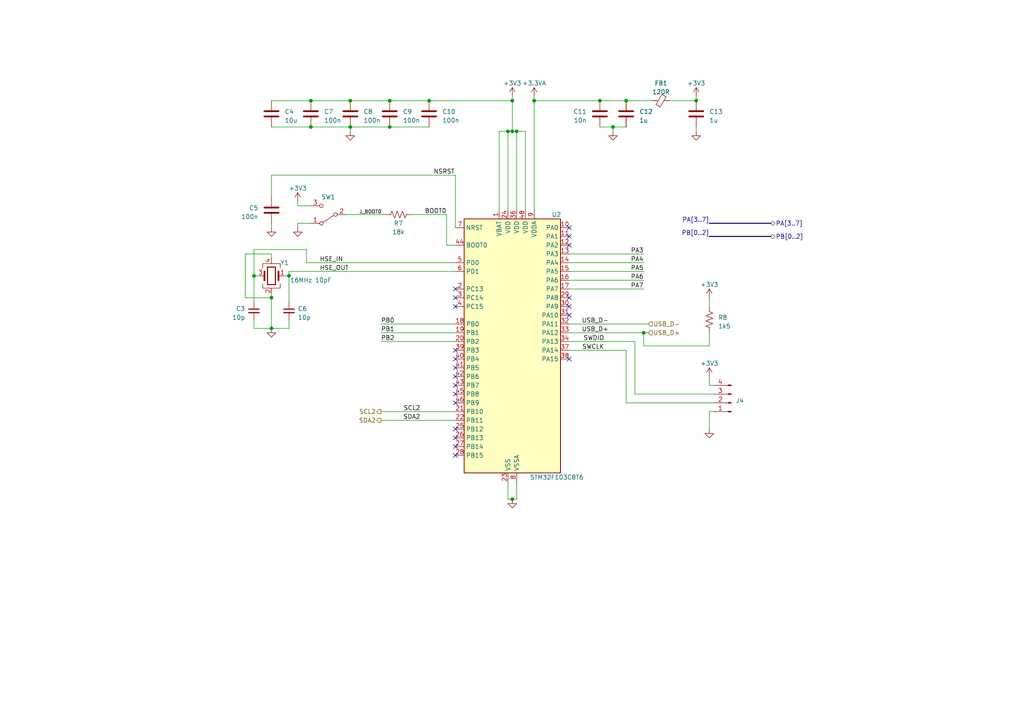
<source format=kicad_sch>
(kicad_sch (version 20230121) (generator eeschema)
  (paper "A4")
  (lib_symbols
    (symbol "Connector:Conn_01x04_Pin" (pin_names (offset 1.016) hide)
      (property "Reference" "J" (at 0 5.08 0))
      (property "Value" "Conn_01x04_Pin" (at 0 -7.62 0))
      (symbol "Conn_01x04_Pin_1_1"
        (polyline (pts (xy 1.27 -5.08) (xy 0.8636 -5.08)) (stroke (width 0.1524)))
        (polyline (pts (xy 1.27 -2.54) (xy 0.8636 -2.54)) (stroke (width 0.1524)))
        (polyline (pts (xy 1.27 0) (xy 0.8636 0)) (stroke (width 0.1524)))
        (polyline (pts (xy 1.27 2.54) (xy 0.8636 2.54)) (stroke (width 0.1524)))
        (rectangle (start 0.8636 -4.953) (end 0 -5.207) (stroke (width 0.1524)) (fill (type outline)))
        (rectangle (start 0.8636 -2.413) (end 0 -2.667) (stroke (width 0.1524)) (fill (type outline)))
        (rectangle (start 0.8636 0.127) (end 0 -0.127) (stroke (width 0.1524)) (fill (type outline)))
        (rectangle (start 0.8636 2.667) (end 0 2.413) (stroke (width 0.1524)) (fill (type outline)))
        (pin passive line (at 5.08 2.54 180) (length 3.81) (name "Pin_1") (number "1"))
        (pin passive line (at 5.08 0 180) (length 3.81) (name "Pin_2") (number "2"))
        (pin passive line (at 5.08 -2.54 180) (length 3.81) (name "Pin_3") (number "3"))
        (pin passive line (at 5.08 -5.08 180) (length 3.81) (name "Pin_4") (number "4"))
      )
    )
    (symbol "Device:C" (pin_numbers hide) (pin_names (offset 0.254))
      (property "Reference" "C" (at 0.635 2.54 0))
      (property "Value" "C" (at 0.635 -2.54 0))
      (symbol "C_0_1"
        (polyline (pts (xy -2.032 -0.762) (xy 2.032 -0.762)) (stroke (width 0.508)))
        (polyline (pts (xy -2.032 0.762) (xy 2.032 0.762)) (stroke (width 0.508)))
      )
      (symbol "C_1_1"
        (pin passive line (at 0 3.81 270) (length 2.794) (name "~") (number "1"))
        (pin passive line (at 0 -3.81 90) (length 2.794) (name "~") (number "2"))
      )
    )
    (symbol "Device:C_Small" (pin_numbers hide) (pin_names (offset 0.254) hide)
      (property "Reference" "C" (at 0.254 1.778 0))
      (property "Value" "C_Small" (at 0.254 -2.032 0))
      (symbol "C_Small_0_1"
        (polyline (pts (xy -1.524 -0.508) (xy 1.524 -0.508)) (stroke (width 0.3302)))
        (polyline (pts (xy -1.524 0.508) (xy 1.524 0.508)) (stroke (width 0.3048)))
      )
      (symbol "C_Small_1_1"
        (pin passive line (at 0 2.54 270) (length 2.032) (name "~") (number "1"))
        (pin passive line (at 0 -2.54 90) (length 2.032) (name "~") (number "2"))
      )
    )
    (symbol "Device:Crystal_GND24" (pin_names (offset 1.016) hide)
      (property "Reference" "Y" (at 3.175 5.08 0))
      (property "Value" "Crystal_GND24" (at 3.175 3.175 0))
      (symbol "Crystal_GND24_0_1"
        (rectangle (start -1.143 2.54) (end 1.143 -2.54) (stroke (width 0.3048)))
        (polyline (pts (xy -2.54 0) (xy -2.032 0)))
        (polyline (pts (xy -2.032 -1.27) (xy -2.032 1.27)) (stroke (width 0.508)))
        (polyline (pts (xy 0 -3.81) (xy 0 -3.556)))
        (polyline (pts (xy 0 3.556) (xy 0 3.81)))
        (polyline (pts (xy 2.032 -1.27) (xy 2.032 1.27)) (stroke (width 0.508)))
        (polyline (pts (xy 2.032 0) (xy 2.54 0)))
        (polyline (pts (xy -2.54 -2.286) (xy -2.54 -3.556) (xy 2.54 -3.556) (xy 2.54 -2.286)))
        (polyline (pts (xy -2.54 2.286) (xy -2.54 3.556) (xy 2.54 3.556) (xy 2.54 2.286)))
      )
      (symbol "Crystal_GND24_1_1"
        (pin passive line (at -3.81 0 0) (length 1.27) (name "1") (number "1"))
        (pin passive line (at 0 5.08 270) (length 1.27) (name "2") (number "2"))
        (pin passive line (at 3.81 0 180) (length 1.27) (name "3") (number "3"))
        (pin passive line (at 0 -5.08 90) (length 1.27) (name "4") (number "4"))
      )
    )
    (symbol "Device:FerriteBead_Small" (pin_numbers hide) (pin_names (offset 0))
      (property "Reference" "FB" (at 1.905 1.27 0))
      (property "Value" "FerriteBead_Small" (at 1.905 -1.27 0))
      (symbol "FerriteBead_Small_0_1"
        (polyline (pts (xy 0 -1.27) (xy 0 -0.7874)))
        (polyline (pts (xy 0 0.889) (xy 0 1.2954)))
        (polyline (pts (xy -1.8288 0.2794) (xy -1.1176 1.4986) (xy 1.8288 -0.2032) (xy 1.1176 -1.4224) (xy -1.8288 0.2794)))
      )
      (symbol "FerriteBead_Small_1_1"
        (pin passive line (at 0 2.54 270) (length 1.27) (name "~") (number "1"))
        (pin passive line (at 0 -2.54 90) (length 1.27) (name "~") (number "2"))
      )
    )
    (symbol "Device:R_US" (pin_numbers hide) (pin_names (offset 0))
      (property "Reference" "R" (at 2.54 0 90))
      (property "Value" "R_US" (at -2.54 0 90))
      (symbol "R_US_0_1"
        (polyline (pts (xy 0 -2.286) (xy 0 -2.54)))
        (polyline (pts (xy 0 2.286) (xy 0 2.54)))
        (polyline (pts (xy 0 -0.762) (xy 1.016 -1.143) (xy 0 -1.524) (xy -1.016 -1.905) (xy 0 -2.286)))
        (polyline (pts (xy 0 0.762) (xy 1.016 0.381) (xy 0 0) (xy -1.016 -0.381) (xy 0 -0.762)))
        (polyline (pts (xy 0 2.286) (xy 1.016 1.905) (xy 0 1.524) (xy -1.016 1.143) (xy 0 0.762)))
      )
      (symbol "R_US_1_1"
        (pin passive line (at 0 3.81 270) (length 1.27) (name "~") (number "1"))
        (pin passive line (at 0 -3.81 90) (length 1.27) (name "~") (number "2"))
      )
    )
    (symbol "MCU_ST_STM32F1:STM32F103C8Tx"
      (property "Reference" "U" (at -12.7 39.37 0))
      (property "Value" "STM32F103C8Tx" (at 10.16 39.37 0))
      (symbol "STM32F103C8Tx_0_1"
        (rectangle (start -12.7 -35.56) (end 15.24 38.1) (stroke (width 0.254)) (fill (type background)))
      )
      (symbol "STM32F103C8Tx_1_1"
        (pin power_in line (at -2.54 40.64 270) (length 2.54) (name "VBAT") (number "1"))
        (pin bidirectional line (at 17.78 35.56 180) (length 2.54) (name "PA0") (number "10"))
        (pin bidirectional line (at 17.78 33.02 180) (length 2.54) (name "PA1") (number "11"))
        (pin bidirectional line (at 17.78 30.48 180) (length 2.54) (name "PA2") (number "12"))
        (pin bidirectional line (at 17.78 27.94 180) (length 2.54) (name "PA3") (number "13"))
        (pin bidirectional line (at 17.78 25.4 180) (length 2.54) (name "PA4") (number "14"))
        (pin bidirectional line (at 17.78 22.86 180) (length 2.54) (name "PA5") (number "15"))
        (pin bidirectional line (at 17.78 20.32 180) (length 2.54) (name "PA6") (number "16"))
        (pin bidirectional line (at 17.78 17.78 180) (length 2.54) (name "PA7") (number "17"))
        (pin bidirectional line (at -15.24 7.62 0) (length 2.54) (name "PB0") (number "18"))
        (pin bidirectional line (at -15.24 5.08 0) (length 2.54) (name "PB1") (number "19"))
        (pin bidirectional line (at -15.24 17.78 0) (length 2.54) (name "PC13") (number "2"))
        (pin bidirectional line (at -15.24 2.54 0) (length 2.54) (name "PB2") (number "20"))
        (pin bidirectional line (at -15.24 -17.78 0) (length 2.54) (name "PB10") (number "21"))
        (pin bidirectional line (at -15.24 -20.32 0) (length 2.54) (name "PB11") (number "22"))
        (pin power_in line (at 0 -38.1 90) (length 2.54) (name "VSS") (number "23"))
        (pin power_in line (at 0 40.64 270) (length 2.54) (name "VDD") (number "24"))
        (pin bidirectional line (at -15.24 -22.86 0) (length 2.54) (name "PB12") (number "25"))
        (pin bidirectional line (at -15.24 -25.4 0) (length 2.54) (name "PB13") (number "26"))
        (pin bidirectional line (at -15.24 -27.94 0) (length 2.54) (name "PB14") (number "27"))
        (pin bidirectional line (at -15.24 -30.48 0) (length 2.54) (name "PB15") (number "28"))
        (pin bidirectional line (at 17.78 15.24 180) (length 2.54) (name "PA8") (number "29"))
        (pin bidirectional line (at -15.24 15.24 0) (length 2.54) (name "PC14") (number "3"))
        (pin bidirectional line (at 17.78 12.7 180) (length 2.54) (name "PA9") (number "30"))
        (pin bidirectional line (at 17.78 10.16 180) (length 2.54) (name "PA10") (number "31"))
        (pin bidirectional line (at 17.78 7.62 180) (length 2.54) (name "PA11") (number "32"))
        (pin bidirectional line (at 17.78 5.08 180) (length 2.54) (name "PA12") (number "33"))
        (pin bidirectional line (at 17.78 2.54 180) (length 2.54) (name "PA13") (number "34"))
        (pin passive line (at 0 -38.1 90) (length 2.54) hide (name "VSS") (number "35"))
        (pin power_in line (at 2.54 40.64 270) (length 2.54) (name "VDD") (number "36"))
        (pin bidirectional line (at 17.78 0 180) (length 2.54) (name "PA14") (number "37"))
        (pin bidirectional line (at 17.78 -2.54 180) (length 2.54) (name "PA15") (number "38"))
        (pin bidirectional line (at -15.24 0 0) (length 2.54) (name "PB3") (number "39"))
        (pin bidirectional line (at -15.24 12.7 0) (length 2.54) (name "PC15") (number "4"))
        (pin bidirectional line (at -15.24 -2.54 0) (length 2.54) (name "PB4") (number "40"))
        (pin bidirectional line (at -15.24 -5.08 0) (length 2.54) (name "PB5") (number "41"))
        (pin bidirectional line (at -15.24 -7.62 0) (length 2.54) (name "PB6") (number "42"))
        (pin bidirectional line (at -15.24 -10.16 0) (length 2.54) (name "PB7") (number "43"))
        (pin input line (at -15.24 30.48 0) (length 2.54) (name "BOOT0") (number "44"))
        (pin bidirectional line (at -15.24 -12.7 0) (length 2.54) (name "PB8") (number "45"))
        (pin bidirectional line (at -15.24 -15.24 0) (length 2.54) (name "PB9") (number "46"))
        (pin passive line (at 0 -38.1 90) (length 2.54) hide (name "VSS") (number "47"))
        (pin power_in line (at 5.08 40.64 270) (length 2.54) (name "VDD") (number "48"))
        (pin bidirectional line (at -15.24 25.4 0) (length 2.54) (name "PD0") (number "5"))
        (pin bidirectional line (at -15.24 22.86 0) (length 2.54) (name "PD1") (number "6"))
        (pin input line (at -15.24 35.56 0) (length 2.54) (name "NRST") (number "7"))
        (pin power_in line (at 2.54 -38.1 90) (length 2.54) (name "VSSA") (number "8"))
        (pin power_in line (at 7.62 40.64 270) (length 2.54) (name "VDDA") (number "9"))
      )
    )
    (symbol "Switch:SW_SPDT" (pin_names (offset 0) hide)
      (property "Reference" "SW" (at 0 4.318 0))
      (property "Value" "SW_SPDT" (at 0 -5.08 0))
      (symbol "SW_SPDT_0_0"
        (circle (center -2.032 0) (radius 0.508))
        (circle (center 2.032 -2.54) (radius 0.508))
      )
      (symbol "SW_SPDT_0_1"
        (polyline (pts (xy -1.524 0.254) (xy 1.651 2.286)))
        (circle (center 2.032 2.54) (radius 0.508))
      )
      (symbol "SW_SPDT_1_1"
        (pin passive line (at 5.08 2.54 180) (length 2.54) (name "A") (number "1"))
        (pin passive line (at -5.08 0 0) (length 2.54) (name "B") (number "2"))
        (pin passive line (at 5.08 -2.54 180) (length 2.54) (name "C") (number "3"))
      )
    )
    (symbol "power:+3.3VA" (power) (pin_names (offset 0))
      (property "Value" "+3.3VA" (at 0 3.556 0))
      (symbol "+3.3VA_0_1"
        (polyline (pts (xy -0.762 1.27) (xy 0 2.54)))
        (polyline (pts (xy 0 0) (xy 0 2.54)))
        (polyline (pts (xy 0 2.54) (xy 0.762 1.27)))
      )
      (symbol "+3.3VA_1_1"
        (pin power_in line (at 0 0 90) (length 0) hide (name "+3.3VA") (number "1"))
      )
    )
    (symbol "power:+3V3" (power) (pin_names (offset 0))
      (property "Value" "+3V3" (at 0 3.556 0))
      (symbol "+3V3_0_1"
        (polyline (pts (xy -0.762 1.27) (xy 0 2.54)))
        (polyline (pts (xy 0 0) (xy 0 2.54)))
        (polyline (pts (xy 0 2.54) (xy 0.762 1.27)))
      )
      (symbol "+3V3_1_1"
        (pin power_in line (at 0 0 90) (length 0) hide (name "+3V3") (number "1"))
      )
    )
    (symbol "power:GND" (power) (pin_names (offset 0))
      (property "Value" "GND" (at 0 -3.81 0))
      (symbol "GND_0_1"
        (polyline (pts (xy 0 0) (xy 0 -1.27) (xy 1.27 -1.27) (xy 0 -2.54) (xy -1.27 -1.27) (xy 0 -1.27)))
      )
      (symbol "GND_1_1"
        (pin power_in line (at 0 0 270) (length 0) hide (name "GND") (number "1"))
      )
    )
  )
  (junction (at 177.8 36.83))
  (junction (at 154.94 29.21))
  (junction (at 148.59 29.21))
  (junction (at 113.03 29.21))
  (junction (at 148.59 144.78))
  (junction (at 90.17 29.21))
  (junction (at 186.69 96.52))
  (junction (at 90.17 36.83))
  (junction (at 101.6 29.21))
  (junction (at 148.59 38.1))
  (junction (at 83.82 80.01))
  (junction (at 147.32 38.1))
  (junction (at 113.03 36.83))
  (junction (at 173.99 29.21))
  (junction (at 73.66 80.01))
  (junction (at 149.86 38.1))
  (junction (at 78.74 95.25))
  (junction (at 181.61 29.21))
  (junction (at 78.74 86.36))
  (junction (at 201.93 29.21))
  (junction (at 124.46 29.21))
  (junction (at 101.6 36.83))
  (no_connect (at 132.08 111.76))
  (no_connect (at 132.08 124.46))
  (no_connect (at 165.1 104.14))
  (no_connect (at 165.1 66.04))
  (no_connect (at 165.1 71.12))
  (no_connect (at 132.08 127))
  (no_connect (at 165.1 91.44))
  (no_connect (at 132.08 104.14))
  (no_connect (at 132.08 101.6))
  (no_connect (at 132.08 88.9))
  (no_connect (at 132.08 83.82))
  (no_connect (at 132.08 129.54))
  (no_connect (at 132.08 116.84))
  (no_connect (at 132.08 106.68))
  (no_connect (at 132.08 132.08))
  (no_connect (at 165.1 88.9))
  (no_connect (at 132.08 86.36))
  (no_connect (at 132.08 114.3))
  (no_connect (at 132.08 109.22))
  (no_connect (at 165.1 68.58))
  (no_connect (at 165.1 86.36))
  (wire (pts (xy 148.59 38.1) (xy 149.86 38.1)))
  (wire (pts (xy 83.82 92.71) (xy 83.82 95.25)))
  (wire (pts (xy 165.1 96.52) (xy 186.69 96.52)))
  (wire (pts (xy 205.74 119.38) (xy 205.74 124.46)))
  (wire (pts (xy 194.31 29.21) (xy 201.93 29.21)))
  (wire (pts (xy 205.74 111.76) (xy 207.01 111.76)))
  (wire (pts (xy 186.69 78.74) (xy 165.1 78.74)))
  (wire (pts (xy 181.61 116.84) (xy 207.01 116.84)))
  (wire (pts (xy 110.49 119.38) (xy 132.08 119.38)))
  (wire (pts (xy 205.74 86.36) (xy 205.74 88.9)))
  (wire (pts (xy 90.17 36.83) (xy 101.6 36.83)))
  (wire (pts (xy 201.93 27.94) (xy 201.93 29.21)))
  (wire (pts (xy 181.61 29.21) (xy 189.23 29.21)))
  (wire (pts (xy 83.82 78.74) (xy 132.08 78.74)))
  (wire (pts (xy 144.78 38.1) (xy 144.78 60.96)))
  (wire (pts (xy 147.32 38.1) (xy 147.32 60.96)))
  (wire (pts (xy 71.12 73.66) (xy 71.12 86.36)))
  (wire (pts (xy 149.86 38.1) (xy 149.86 60.96)))
  (bus (pts (xy 205.74 68.58) (xy 223.52 68.58)))
  (wire (pts (xy 152.4 38.1) (xy 152.4 60.96)))
  (wire (pts (xy 88.9 72.39) (xy 88.9 76.2)))
  (wire (pts (xy 184.15 114.3) (xy 207.01 114.3)))
  (wire (pts (xy 147.32 139.7) (xy 147.32 144.78)))
  (wire (pts (xy 78.74 73.66) (xy 78.74 74.93)))
  (wire (pts (xy 173.99 36.83) (xy 177.8 36.83)))
  (wire (pts (xy 90.17 29.21) (xy 101.6 29.21)))
  (wire (pts (xy 186.69 83.82) (xy 165.1 83.82)))
  (wire (pts (xy 86.36 58.42) (xy 86.36 59.69)))
  (wire (pts (xy 78.74 64.77) (xy 78.74 66.04)))
  (wire (pts (xy 83.82 80.01) (xy 83.82 87.63)))
  (wire (pts (xy 71.12 86.36) (xy 78.74 86.36)))
  (wire (pts (xy 184.15 99.06) (xy 184.15 114.3)))
  (wire (pts (xy 78.74 50.8) (xy 78.74 57.15)))
  (wire (pts (xy 100.33 62.23) (xy 111.76 62.23)))
  (wire (pts (xy 148.59 27.94) (xy 148.59 29.21)))
  (wire (pts (xy 78.74 95.25) (xy 83.82 95.25)))
  (wire (pts (xy 86.36 64.77) (xy 90.17 64.77)))
  (wire (pts (xy 110.49 93.98) (xy 132.08 93.98)))
  (wire (pts (xy 173.99 29.21) (xy 181.61 29.21)))
  (wire (pts (xy 113.03 29.21) (xy 124.46 29.21)))
  (wire (pts (xy 144.78 38.1) (xy 147.32 38.1)))
  (wire (pts (xy 78.74 36.83) (xy 90.17 36.83)))
  (wire (pts (xy 154.94 29.21) (xy 173.99 29.21)))
  (wire (pts (xy 78.74 29.21) (xy 90.17 29.21)))
  (wire (pts (xy 73.66 92.71) (xy 73.66 95.25)))
  (wire (pts (xy 165.1 101.6) (xy 181.61 101.6)))
  (wire (pts (xy 110.49 121.92) (xy 132.08 121.92)))
  (wire (pts (xy 147.32 38.1) (xy 148.59 38.1)))
  (wire (pts (xy 86.36 59.69) (xy 90.17 59.69)))
  (wire (pts (xy 78.74 86.36) (xy 78.74 85.09)))
  (wire (pts (xy 101.6 29.21) (xy 113.03 29.21)))
  (wire (pts (xy 148.59 144.78) (xy 147.32 144.78)))
  (wire (pts (xy 177.8 36.83) (xy 177.8 38.1)))
  (wire (pts (xy 165.1 99.06) (xy 184.15 99.06)))
  (wire (pts (xy 186.69 96.52) (xy 186.69 100.33)))
  (wire (pts (xy 78.74 73.66) (xy 71.12 73.66)))
  (wire (pts (xy 149.86 38.1) (xy 152.4 38.1)))
  (wire (pts (xy 177.8 36.83) (xy 181.61 36.83)))
  (wire (pts (xy 73.66 80.01) (xy 73.66 72.39)))
  (wire (pts (xy 132.08 50.8) (xy 132.08 66.04)))
  (bus (pts (xy 205.74 64.77) (xy 223.52 64.77)))
  (wire (pts (xy 101.6 36.83) (xy 101.6 38.1)))
  (wire (pts (xy 101.6 36.83) (xy 113.03 36.83)))
  (wire (pts (xy 186.69 81.28) (xy 165.1 81.28)))
  (wire (pts (xy 201.93 36.83) (xy 201.93 38.1)))
  (wire (pts (xy 186.69 76.2) (xy 165.1 76.2)))
  (wire (pts (xy 205.74 119.38) (xy 207.01 119.38)))
  (wire (pts (xy 83.82 78.74) (xy 83.82 80.01)))
  (wire (pts (xy 186.69 100.33) (xy 205.74 100.33)))
  (wire (pts (xy 148.59 29.21) (xy 148.59 38.1)))
  (wire (pts (xy 73.66 80.01) (xy 73.66 87.63)))
  (wire (pts (xy 129.54 62.23) (xy 129.54 71.12)))
  (wire (pts (xy 113.03 36.83) (xy 124.46 36.83)))
  (wire (pts (xy 165.1 93.98) (xy 187.96 93.98)))
  (wire (pts (xy 73.66 72.39) (xy 88.9 72.39)))
  (wire (pts (xy 82.55 80.01) (xy 83.82 80.01)))
  (wire (pts (xy 78.74 86.36) (xy 78.74 95.25)))
  (wire (pts (xy 78.74 50.8) (xy 132.08 50.8)))
  (wire (pts (xy 181.61 101.6) (xy 181.61 116.84)))
  (wire (pts (xy 129.54 71.12) (xy 132.08 71.12)))
  (wire (pts (xy 205.74 96.52) (xy 205.74 100.33)))
  (wire (pts (xy 86.36 64.77) (xy 86.36 66.04)))
  (wire (pts (xy 119.38 62.23) (xy 129.54 62.23)))
  (wire (pts (xy 88.9 76.2) (xy 132.08 76.2)))
  (wire (pts (xy 74.93 80.01) (xy 73.66 80.01)))
  (wire (pts (xy 154.94 27.94) (xy 154.94 29.21)))
  (wire (pts (xy 149.86 139.7) (xy 149.86 144.78)))
  (wire (pts (xy 186.69 73.66) (xy 165.1 73.66)))
  (wire (pts (xy 124.46 29.21) (xy 148.59 29.21)))
  (wire (pts (xy 186.69 96.52) (xy 187.96 96.52)))
  (wire (pts (xy 148.59 144.78) (xy 149.86 144.78)))
  (wire (pts (xy 73.66 95.25) (xy 78.74 95.25)))
  (wire (pts (xy 110.49 99.06) (xy 132.08 99.06)))
  (wire (pts (xy 154.94 29.21) (xy 154.94 60.96)))
  (wire (pts (xy 205.74 109.22) (xy 205.74 111.76)))
  (wire (pts (xy 110.49 96.52) (xy 132.08 96.52)))
  (label "PB[0..2]" (at 205.74 68.58 180))
  (label "SWCLK" (at 175.26 101.6 180))
  (label "PA[3..7]" (at 205.74 64.77 180))
  (label "PA7" (at 186.69 83.82 180))
  (label "HSE_IN" (at 92.71 76.2 0))
  (label "PB0" (at 110.49 93.98 0))
  (label "PA4" (at 186.69 76.2 180))
  (label "BOOT0" (at 123.19 62.23 0))
  (label "J_BOOT0" (at 104.14 62.23 0) (effects (font (size 1 1))))
  (label "PB2" (at 110.49 99.06 0))
  (label "USB_D-" (at 176.53 93.98 180))
  (label "PA3" (at 186.69 73.66 180))
  (label "SWDIO" (at 175.26 99.06 180))
  (label "PB1" (at 110.49 96.52 0))
  (label "NSRST" (at 125.73 50.8 0))
  (label "SDA2" (at 121.92 121.92 180))
  (label "PA5" (at 186.69 78.74 180))
  (label "USB_D+" (at 176.53 96.52 180))
  (label "SCL2" (at 121.92 119.38 180))
  (label "HSE_OUT" (at 92.71 78.74 0))
  (label "PA6" (at 186.69 81.28 180))
  (hierarchical_label "PB[0..2]" (shape bidirectional) (at 223.52 68.58 0))
  (hierarchical_label "USB_D-" (shape input) (at 187.96 93.98 0))
  (hierarchical_label "USB_D+" (shape input) (at 187.96 96.52 0))
  (hierarchical_label "SDA2" (shape output) (at 110.49 121.92 180))
  (hierarchical_label "SCL2" (shape output) (at 110.49 119.38 180))
  (hierarchical_label "PA[3..7]" (shape bidirectional) (at 223.52 64.77 0))
  (symbol (lib_id "Device:C") (at 113.03 33.02 0) (unit 1)
    (property "Reference" "C9" (at 116.84 32.385 0) (effects (justify left)))
    (property "Value" "100n" (at 116.84 34.925 0) (effects (justify left)))
    (property "Footprint" "Capacitor_SMD:C_0603_1608Metric" (effects hide))
    (instances (project "STM32_M3_Card" (path "" (reference "C9") (unit 1)) (path "" (reference "C20") (unit 1))))
  )
  (symbol (lib_id "Device:C") (at 101.6 33.02 0) (unit 1)
    (property "Reference" "C8" (at 105.41 32.385 0) (effects (justify left)))
    (property "Value" "100n" (at 105.41 34.925 0) (effects (justify left)))
    (property "Footprint" "Capacitor_SMD:C_0603_1608Metric" (effects hide))
    (instances (project "STM32_M3_Card" (path "" (reference "C8") (unit 1)) (path "" (reference "C17") (unit 1))))
  )
  (symbol (lib_id "power:GND") (at 201.93 38.1 0) (unit 1)
    (property "Reference" "#PWR033" (effects hide))
    (property "Value" "GND" (effects hide))
    (instances (project "STM32_M3_Card" (path "" (reference "#PWR033") (unit 1)) (path "" (reference "#PWR028") (unit 1))))
  )
  (symbol (lib_id "Device:C") (at 78.74 33.02 0) (unit 1)
    (property "Reference" "C4" (at 82.55 32.385 0) (effects (justify left)))
    (property "Value" "10u" (at 82.55 34.925 0) (effects (justify left)))
    (property "Footprint" "Capacitor_SMD:C_0805_2012Metric" (effects hide))
    (instances (project "STM32_M3_Card" (path "" (reference "C4") (unit 1)) (path "" (reference "C14") (unit 1))))
  )
  (symbol (lib_id "Device:C_Small") (at 83.82 90.17 0) (unit 1)
    (property "Reference" "C6" (at 86.36 89.5413 0) (effects (justify left)))
    (property "Value" "10p" (at 86.36 92.0813 0) (effects (justify left)))
    (property "Footprint" "Capacitor_SMD:C_0603_1608Metric" (effects hide))
    (instances (project "STM32_M3_Card" (path "" (reference "C6") (unit 1)) (path "" (reference "C18") (unit 1))))
  )
  (symbol (lib_id "Connector:Conn_01x04_Pin") (at 212.09 116.84 180) (unit 1) (in_bom no)
    (property "Reference" "J4" (at 213.36 116.205 0) (effects (justify right)))
    (property "Value" "Conn_01x04_Pin" (effects hide))
    (property "Footprint" "Connector_PinHeader_2.54mm:PinHeader_1x04_P2.54mm_Vertical" (effects hide))
    (instances (project "STM32_M3_Card" (path "" (reference "J4") (unit 1)) (path "" (reference "J2") (unit 1))))
  )
  (symbol (lib_id "power:+3V3") (at 86.36 58.42 0) (unit 1)
    (property "Reference" "#PWR025" (effects hide))
    (property "Value" "+3V3" (at 86.36 54.61 0))
    (instances (project "STM32_M3_Card" (path "" (reference "#PWR025") (unit 1)) (path "" (reference "#PWR026") (unit 1))))
  )
  (symbol (lib_id "power:GND") (at 78.74 66.04 0) (unit 1)
    (property "Reference" "#PWR023" (effects hide))
    (property "Value" "GND" (effects hide))
    (instances (project "STM32_M3_Card" (path "" (reference "#PWR023") (unit 1)) (path "" (reference "#PWR024") (unit 1))))
  )
  (symbol (lib_id "Device:C") (at 124.46 33.02 0) (unit 1)
    (property "Reference" "C10" (at 128.27 32.385 0) (effects (justify left)))
    (property "Value" "100n" (at 128.27 34.925 0) (effects (justify left)))
    (property "Footprint" "Capacitor_SMD:C_0603_1608Metric" (effects hide))
    (instances (project "STM32_M3_Card" (path "" (reference "C10") (unit 1)) (path "" (reference "C21") (unit 1))))
  )
  (symbol (lib_id "power:+3V3") (at 201.93 27.94 0) (unit 1)
    (property "Reference" "#PWR032" (effects hide))
    (property "Value" "+3V3" (at 201.93 24.13 0))
    (instances (project "STM32_M3_Card" (path "" (reference "#PWR032") (unit 1)) (path "" (reference "#PWR029") (unit 1))))
  )
  (symbol (lib_id "Device:Crystal_GND24") (at 78.74 80.01 180) (unit 1)
    (property "Reference" "Y1" (at 82.55 76.2 0))
    (property "Value" "16MHz 10pF" (at 90.17 81.28 0))
    (property "Footprint" "Crystal:Crystal_SMD_3225-4Pin_3.2x2.5mm" (effects hide))
    (property "Datasheet" "https://datasheet.lcsc.com/lcsc/2103291133_Yangxing-Tech-X322516MLB4SI_C13738.pdf" (effects hide))
    (property "LCSC Part #" "C13738" (effects hide))
    (property "Mfr. Part #" " X322516MLB4SI" (effects hide))
    (instances (project "STM32_M3_Card" (path "" (reference "Y1") (unit 1)) (path "" (reference "Y2") (unit 1))))
  )
  (symbol (lib_id "power:+3.3VA") (at 154.94 27.94 0) (unit 1)
    (property "Reference" "#PWR030" (effects hide))
    (property "Value" "+3.3VA" (at 154.94 24.13 0))
  )
  (symbol (lib_id "Device:C") (at 90.17 33.02 0) (unit 1)
    (property "Reference" "C7" (at 93.98 32.385 0) (effects (justify left)))
    (property "Value" "100n" (at 93.98 34.925 0) (effects (justify left)))
    (property "Footprint" "Capacitor_SMD:C_0603_1608Metric" (effects hide))
    (instances (project "STM32_M3_Card" (path "" (reference "C7") (unit 1)) (path "" (reference "C19") (unit 1))))
  )
  (symbol (lib_id "Device:C") (at 173.99 33.02 0) (mirror y) (unit 1)
    (property "Reference" "C11" (at 170.18 32.385 0) (effects (justify left)))
    (property "Value" "10n" (at 170.18 34.925 0) (effects (justify left)))
    (property "Footprint" "Capacitor_SMD:C_0603_1608Metric" (effects hide))
    (instances (project "STM32_M3_Card" (path "" (reference "C11") (unit 1)) (path "" (reference "C20") (unit 1))))
  )
  (symbol (lib_id "power:GND") (at 177.8 38.1 0) (unit 1)
    (property "Reference" "#PWR031" (effects hide))
    (property "Value" "GND" (effects hide))
    (instances (project "STM32_M3_Card" (path "" (reference "#PWR031") (unit 1)) (path "" (reference "#PWR028") (unit 1))))
  )
  (symbol (lib_id "power:GND") (at 86.36 66.04 0) (unit 1)
    (property "Reference" "#PWR026" (effects hide))
    (property "Value" "GND" (effects hide))
    (instances (project "STM32_M3_Card" (path "" (reference "#PWR026") (unit 1)) (path "" (reference "#PWR027") (unit 1))))
  )
  (symbol (lib_id "Switch:SW_SPDT") (at 95.25 62.23 180) (unit 1)
    (property "Reference" "SW1" (at 95.25 57.15 0))
    (property "Value" "SW_SPDT" (effects hide))
    (property "Footprint" "Button_Switch_SMD:SW_SPDT_PCM12" (effects hide))
    (property "LCSC Part #" "C221841" (effects hide))
    (property "Mfr. Part #" "PCM12SMTR" (effects hide))
  )
  (symbol (lib_id "power:+3V3") (at 148.59 27.94 0) (unit 1)
    (property "Reference" "#PWR028" (effects hide))
    (property "Value" "+3V3" (at 148.59 24.13 0))
    (instances (project "STM32_M3_Card" (path "" (reference "#PWR028") (unit 1)) (path "" (reference "#PWR029") (unit 1))))
  )
  (symbol (lib_id "Device:C") (at 181.61 33.02 0) (unit 1)
    (property "Reference" "C12" (at 185.42 32.385 0) (effects (justify left)))
    (property "Value" "1u" (at 185.42 34.925 0) (effects (justify left)))
    (property "Footprint" "Capacitor_SMD:C_0603_1608Metric" (effects hide))
    (instances (project "STM32_M3_Card" (path "" (reference "C12") (unit 1)) (path "" (reference "C21") (unit 1))))
  )
  (symbol (lib_id "Device:R_US") (at 115.57 62.23 90) (unit 1)
    (property "Reference" "R7" (at 115.57 64.77 90))
    (property "Value" "18k" (at 115.57 67.31 90))
    (property "Footprint" "Resistor_SMD:R_0603_1608Metric" (effects hide))
  )
  (symbol (lib_id "power:+3V3") (at 205.74 86.36 0) (unit 1)
    (property "Reference" "#PWR034" (effects hide))
    (property "Value" "+3V3" (at 205.74 82.55 0))
    (instances (project "STM32_M3_Card" (path "" (reference "#PWR034") (unit 1)) (path "" (reference "#PWR035") (unit 1))))
  )
  (symbol (lib_id "Device:C") (at 201.93 33.02 0) (unit 1)
    (property "Reference" "C13" (at 205.74 32.385 0) (effects (justify left)))
    (property "Value" "1u" (at 205.74 34.925 0) (effects (justify left)))
    (property "Footprint" "Capacitor_SMD:C_0603_1608Metric" (effects hide))
    (instances (project "STM32_M3_Card" (path "" (reference "C13") (unit 1)) (path "" (reference "C21") (unit 1))))
  )
  (symbol (lib_id "power:GND") (at 101.6 38.1 0) (unit 1)
    (property "Reference" "#PWR027" (effects hide))
    (property "Value" "GND" (effects hide))
    (instances (project "STM32_M3_Card" (path "" (reference "#PWR027") (unit 1)) (path "" (reference "#PWR028") (unit 1))))
  )
  (symbol (lib_id "Device:C") (at 78.74 60.96 0) (mirror y) (unit 1)
    (property "Reference" "C5" (at 74.93 60.325 0) (effects (justify left)))
    (property "Value" "100n" (at 74.93 62.865 0) (effects (justify left)))
    (property "Footprint" "Capacitor_SMD:C_0603_1608Metric" (effects hide))
    (instances (project "STM32_M3_Card" (path "" (reference "C5") (unit 1)) (path "" (reference "C15") (unit 1))))
  )
  (symbol (lib_id "power:GND") (at 78.74 95.25 0) (unit 1)
    (property "Reference" "#PWR024" (effects hide))
    (property "Value" "GND" (effects hide))
    (instances (project "STM32_M3_Card" (path "" (reference "#PWR024") (unit 1)) (path "" (reference "#PWR025") (unit 1))))
  )
  (symbol (lib_id "MCU_ST_STM32F1:STM32F103C8Tx") (at 147.32 101.6 0) (unit 1)
    (property "Reference" "U2" (at 160.02 62.23 0) (effects (justify left)))
    (property "Value" "STM32F103C8T6" (at 153.67 138.43 0) (effects (justify left)))
    (property "Footprint" "Package_QFP:LQFP-48_7x7mm_P0.5mm" (effects hide))
    (property "Datasheet" "https://www.st.com/resource/en/datasheet/stm32f103c8.pdf" (effects hide))
    (property "LCSC Part #" "C8734" (effects hide))
    (property "Mfr. Part #" "C8734" (effects hide))
    (instances (project "STM32_M3_Card" (path "" (reference "U2") (unit 1)) (path "" (reference "U3") (unit 1))))
  )
  (symbol (lib_id "power:+3V3") (at 205.74 109.22 0) (unit 1)
    (property "Reference" "#PWR035" (effects hide))
    (property "Value" "+3V3" (at 205.74 105.41 0))
    (instances (project "STM32_M3_Card" (path "" (reference "#PWR035") (unit 1)) (path "" (reference "#PWR036") (unit 1))))
  )
  (symbol (lib_id "power:GND") (at 205.74 124.46 0) (unit 1)
    (property "Reference" "#PWR036" (effects hide))
    (property "Value" "GND" (effects hide))
    (instances (project "STM32_M3_Card" (path "" (reference "#PWR036") (unit 1)) (path "" (reference "#PWR037") (unit 1))))
  )
  (symbol (lib_id "Device:FerriteBead_Small") (at 191.77 29.21 90) (unit 1)
    (property "Reference" "FB1" (at 191.7319 24.13 90))
    (property "Value" "120R" (at 191.7319 26.67 90))
    (property "Footprint" "Inductor_SMD:L_0603_1608Metric" (effects hide))
    (property "LCSC Part #" "C108298 " (effects hide))
    (property "Mfr. Part #" "PBY160808T-121Y-N" (effects hide))
  )
  (symbol (lib_id "Device:C_Small") (at 73.66 90.17 0) (mirror y) (unit 1)
    (property "Reference" "C3" (at 71.12 89.5413 0) (effects (justify left)))
    (property "Value" "10p" (at 71.12 92.0813 0) (effects (justify left)))
    (property "Footprint" "Capacitor_SMD:C_0603_1608Metric" (effects hide))
    (instances (project "STM32_M3_Card" (path "" (reference "C3") (unit 1)) (path "" (reference "C16") (unit 1))))
  )
  (symbol (lib_id "power:GND") (at 148.59 144.78 0) (unit 1)
    (property "Reference" "#PWR029" (effects hide))
    (property "Value" "GND" (effects hide))
    (instances (project "STM32_M3_Card" (path "" (reference "#PWR029") (unit 1)) (path "" (reference "#PWR030") (unit 1))))
  )
  (symbol (lib_id "Device:R_US") (at 205.74 92.71 0) (unit 1)
    (property "Reference" "R8" (at 208.28 92.075 0) (effects (justify left)))
    (property "Value" "1k5" (at 208.28 94.615 0) (effects (justify left)))
    (property "Footprint" "Resistor_SMD:R_0603_1608Metric" (effects hide))
  )
)
</source>
